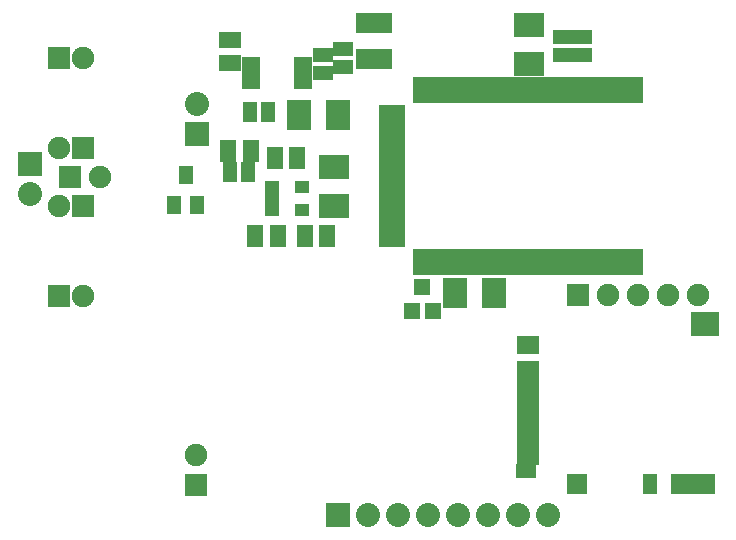
<source format=gbs>
G04 (created by PCBNEW-RS274X (2012-jan-04)-stable) date lun 03 giu 2013 23:00:55 CEST*
G01*
G70*
G90*
%MOIN*%
G04 Gerber Fmt 3.4, Leading zero omitted, Abs format*
%FSLAX34Y34*%
G04 APERTURE LIST*
%ADD10C,0.006000*%
%ADD11R,0.045000X0.065000*%
%ADD12R,0.059400X0.086900*%
%ADD13R,0.086900X0.059400*%
%ADD14R,0.075100X0.047600*%
%ADD15R,0.075100X0.059400*%
%ADD16R,0.067200X0.047600*%
%ADD17R,0.067200X0.067200*%
%ADD18R,0.051500X0.067200*%
%ADD19R,0.146000X0.067200*%
%ADD20R,0.094800X0.079100*%
%ADD21R,0.050000X0.040000*%
%ADD22R,0.075000X0.075000*%
%ADD23C,0.075000*%
%ADD24R,0.065000X0.045000*%
%ADD25R,0.056000X0.056000*%
%ADD26R,0.059400X0.030600*%
%ADD27R,0.080000X0.080000*%
%ADD28C,0.080000*%
%ADD29R,0.120000X0.070000*%
%ADD30R,0.080000X0.100000*%
%ADD31R,0.055000X0.075000*%
%ADD32R,0.100000X0.080000*%
%ADD33R,0.075000X0.055000*%
%ADD34R,0.047600X0.059400*%
G04 APERTURE END LIST*
G54D10*
G54D11*
X08733Y-07534D03*
X08133Y-07534D03*
G54D12*
X20951Y-12537D03*
X20360Y-12537D03*
X19770Y-12537D03*
X19179Y-12537D03*
X18589Y-12537D03*
X17998Y-12537D03*
X17408Y-12537D03*
X16817Y-12537D03*
X16226Y-12537D03*
X15636Y-12537D03*
X15045Y-12537D03*
X14455Y-12537D03*
X13865Y-12537D03*
G54D13*
X12880Y-11749D03*
X12880Y-11159D03*
X12880Y-10568D03*
X12880Y-09978D03*
X12880Y-09387D03*
X12880Y-08797D03*
X12880Y-08206D03*
X12880Y-07615D03*
G54D12*
X13865Y-06828D03*
X14456Y-06828D03*
X15046Y-06828D03*
X15637Y-06828D03*
X16227Y-06828D03*
X16818Y-06828D03*
X17408Y-06828D03*
X17999Y-06828D03*
X18589Y-06828D03*
X19180Y-06828D03*
X19771Y-06828D03*
X20361Y-06828D03*
X20952Y-06828D03*
G54D14*
X17389Y-16064D03*
X17389Y-16497D03*
X17389Y-16930D03*
X17389Y-17363D03*
X17389Y-17796D03*
X17389Y-18229D03*
X17389Y-18662D03*
X17389Y-19095D03*
G54D15*
X17389Y-15315D03*
G54D16*
X17350Y-19528D03*
G54D17*
X19042Y-19961D03*
G54D18*
X21483Y-19961D03*
G54D19*
X22901Y-19961D03*
G54D20*
X23294Y-14607D03*
G54D11*
X07483Y-09534D03*
X08083Y-09534D03*
G54D21*
X08883Y-10809D03*
X08883Y-10059D03*
X09883Y-10809D03*
X08883Y-10434D03*
X09883Y-10059D03*
G54D22*
X06333Y-19984D03*
G54D23*
X06333Y-18984D03*
G54D22*
X19083Y-13634D03*
G54D23*
X20083Y-13634D03*
X21083Y-13634D03*
X22083Y-13634D03*
X23083Y-13634D03*
G54D24*
X19192Y-05655D03*
X19192Y-05055D03*
G54D25*
X13533Y-14184D03*
X14233Y-14184D03*
X13883Y-13384D03*
G54D24*
X11233Y-05434D03*
X11233Y-06034D03*
X10583Y-05634D03*
X10583Y-06234D03*
G54D26*
X08158Y-06634D03*
X08158Y-06434D03*
X08158Y-06234D03*
X08158Y-06034D03*
X08158Y-05834D03*
X09908Y-05834D03*
X09908Y-06034D03*
X09908Y-06234D03*
X09908Y-06434D03*
X09908Y-06634D03*
G54D27*
X06383Y-08284D03*
G54D28*
X06383Y-07284D03*
G54D29*
X12283Y-04584D03*
X12283Y-05784D03*
G54D30*
X09783Y-07634D03*
X11083Y-07634D03*
G54D31*
X08158Y-08834D03*
X07408Y-08834D03*
X10708Y-11684D03*
X09958Y-11684D03*
G54D24*
X18574Y-05062D03*
X18574Y-05662D03*
G54D22*
X02586Y-08743D03*
G54D23*
X02586Y-05743D03*
G54D22*
X01786Y-05743D03*
G54D23*
X01786Y-08743D03*
G54D22*
X02586Y-10682D03*
G54D23*
X02586Y-13682D03*
G54D22*
X01786Y-13682D03*
G54D23*
X01786Y-10682D03*
G54D31*
X09708Y-09084D03*
X08958Y-09084D03*
G54D30*
X14983Y-13584D03*
X16283Y-13584D03*
G54D31*
X08308Y-11684D03*
X09058Y-11684D03*
G54D32*
X10933Y-10684D03*
X10933Y-09384D03*
G54D33*
X07483Y-05909D03*
X07483Y-05159D03*
G54D22*
X02145Y-09708D03*
G54D23*
X03145Y-09708D03*
G54D27*
X11083Y-20984D03*
G54D28*
X12083Y-20984D03*
X13083Y-20984D03*
X14083Y-20984D03*
X15083Y-20984D03*
X16083Y-20984D03*
X17083Y-20984D03*
X18083Y-20984D03*
G54D32*
X17444Y-05953D03*
X17444Y-04653D03*
G54D27*
X00790Y-09279D03*
G54D28*
X00790Y-10279D03*
G54D34*
X05992Y-09634D03*
X05617Y-10634D03*
X06367Y-10634D03*
M02*

</source>
